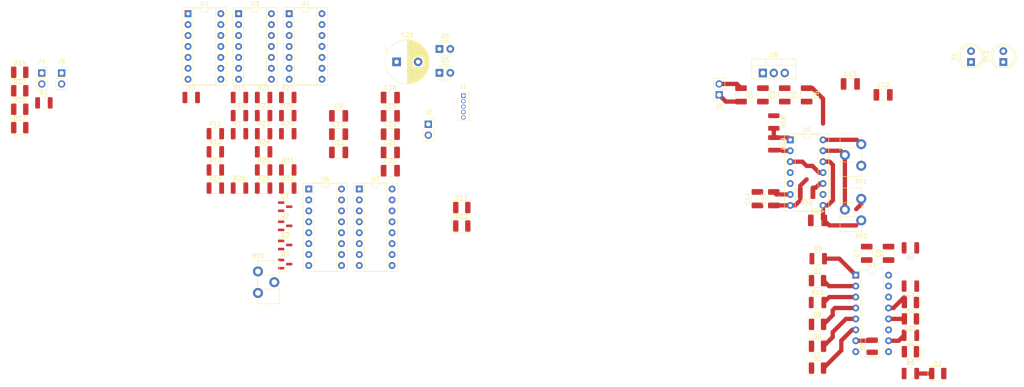
<source format=kicad_pcb>
(kicad_pcb (version 20221018) (generator pcbnew)
  (layers (0 "F.Cu" signal) (31 "B.Cu" signal) (34 "B.Paste" user) (35 "F.Paste" user) (36 "B.SilkS" user "B.Silkscreen") (37 "F.SilkS" user "F.Silkscreen") (38 "B.Mask" user) (39 "F.Mask" user) (44 "Edge.Cuts" user))
  (net 0 "")
  (net 1 "+8V")
  (net 2 "GND")
  (net 3 "+5V")
  (net 4 "Net-(U3A-MR)")
  (net 5 "/TRIG_SYS")
  (net 6 "/TRIG_MOTOR")
  (net 7 "Net-(U3B-MR)")
  (net 8 "Net-(J2-Pin_1)")
  (net 9 "Net-(D10-K)")
  (net 10 "Net-(D3-A)")
  (net 11 "Net-(D4-A)")
  (net 12 "Net-(D5-A)")
  (net 13 "Net-(D6-A)")
  (net 14 "Net-(D7-A)")
  (net 15 "Net-(D8-A)")
  (net 16 "Net-(D9-A)")
  (net 17 "Net-(D10-A)")
  (net 18 "/MOTOR_RESET")
  (net 19 "Net-(D11-A)")
  (net 20 "Net-(D12-A)")
  (net 21 "/MOTOR1")
  (net 22 "/MOTOR2")
  (net 23 "/MOTOR3")
  (net 24 "/MOTOR4")
  (net 25 "Net-(Q1-G)")
  (net 26 "Net-(Q1-D)")
  (net 27 "Net-(Q2-S)")
  (net 28 "Net-(Q3-S)")
  (net 29 "Net-(Q4-G)")
  (net 31 "Net-(R3-Pad1)")
  (net 32 "/SYSTEM_CLOCK")
  (net 33 "Net-(U1-CLK)")
  (net 34 "Net-(R7-Pad1)")
  (net 35 "Net-(U1-Q9)")
  (net 36 "Net-(R8-Pad1)")
  (net 37 "Net-(U1-Q10)")
  (net 38 "Net-(R9-Pad1)")
  (net 39 "Net-(U1-Q11)")
  (net 40 "Net-(R10-Pad1)")
  (net 41 "Net-(U1-Q4)")
  (net 42 "Net-(U3A-Q0)")
  (net 43 "Net-(U3A-Q1)")
  (net 44 "Net-(U3A-Q2)")
  (net 45 "Net-(U3A-Q3)")
  (net 46 "/DIS_SYS")
  (net 47 "Net-(U4-DSA)")
  (net 48 "/MOTOR_CLOCK")
  (net 49 "Net-(U4-CP)")
  (net 50 "Net-(U4-Q0)")
  (net 51 "/S0")
  (net 52 "/S1")
  (net 53 "Net-(U4-Q1)")
  (net 54 "/S2")
  (net 55 "Net-(U4-Q2)")
  (net 56 "Net-(U4-Q3)")
  (net 57 "/S3")
  (net 58 "Net-(U3B-CP)")
  (net 59 "/LOAD")
  (net 60 "Net-(U4-DSB)")
  (net 61 "/REVERSE_MOTION")
  (net 62 "/DIS_MOTOR")
  (net 86 "unconnected-(RV2-Pad3)")
  (net 87 "Net-(D2-K)")
  (net 88 "Net-(D14-K)")
  (net 89 "Net-(D14-A)")
  (net 90 "Net-(D15-A)")
  (net 91 "Net-(D16-A)")
  (net 92 "Net-(D17-A)")
  (net 93 "Net-(J5-Pin_2)")
  (net 94 "/COMMON_CV")
  (footprint "Package_TO_SOT_THT:TO-220-3_Vertical" (layer "F.Cu") (at 33.02 22.86)
    (fp_text reference "U8")
    (fp_text value "LM7805_TO220")
  )
  (footprint "Resistor_SMD:R_1210_3225Metric" (layer "F.Cu") (at -134.09 29.8)
    (fp_text reference "R1")
    (fp_text value "R4.7K")
  )
  (footprint "Resistor_SMD:R_1210_3225Metric" (layer "F.Cu") (at -77.41 32.76)
    (fp_text reference "R28")
    (fp_text value "R4.7K")
  )
  (footprint "Capacitor_SMD:C_1210_3225Metric_Pad1.33x2.70mm_HandSolder" (layer "F.Cu") (at -65.59 32.82)
    (fp_text reference "C9")
    (fp_text value "C0.1uf")
  )
  (footprint "Package_DIP:DIP-16_W7.62mm_Socket" (layer "F.Cu") (at -72.53 49.82)
    (fp_text reference "U6")
    (fp_text value "ULN2003")
  )
  (footprint "Capacitor_SMD:C_1210_3225Metric_Pad1.33x2.70mm_HandSolder" (layer "F.Cu") (at 62.23 64.77 90)
    (fp_text reference "C8")
    (fp_text value "C10uf")
  )
  (footprint "Capacitor_SMD:C_1210_3225Metric_Pad1.33x2.70mm_HandSolder" (layer "F.Cu") (at -53.57 28.57)
    (fp_text reference "C18")
    (fp_text value "C0.1uf")
  )
  (footprint "Package_DIP:DIP-16_W7.62mm_Socket" (layer "F.Cu") (at -60.78 49.82)
    (fp_text reference "U7")
    (fp_text value "ULN2003")
  )
  (footprint "Connector_PinSocket_2.54mm:PinSocket_1x02_P2.54mm_Vertical" (layer "F.Cu") (at 22.86 27.94 180)
    (fp_text reference "J3")
    (fp_text value "BATTERY_2PIN_CONNECTOR")
  )
  (footprint "Resistor_SMD:R_1210_3225Metric" (layer "F.Cu") (at -94.24 36.97)
    (fp_text reference "R11")
    (fp_text value "R10K")
  )
  (footprint "Package_TO_SOT_SMD:SOT-23" (layer "F.Cu") (at -78.01 67.28)
    (fp_text reference "Q4")
    (fp_text value "AO3400A")
  )
  (footprint "Resistor_SMD:R_1210_3225Metric" (layer "F.Cu") (at -77.41 36.97)
    (fp_text reference "R29")
    (fp_text value "R4.7K")
  )
  (footprint "Resistor_SMD:R_1210_3225Metric" (layer "F.Cu") (at -77.41 28.55)
    (fp_text reference "R27")
    (fp_text value "R10K")
  )
  (footprint "Resistor_SMD:R_1210_3225Metric" (layer "F.Cu") (at 67.31 63.5 180)
    (fp_text reference "R8")
    (fp_text value "R4.7K")
  )
  (footprint "Resistor_SMD:R_1210_3225Metric" (layer "F.Cu") (at 45.870819 66.015483)
    (fp_text reference "R9")
    (fp_text value "R4.7K")
  )
  (footprint "Resistor_SMD:R_1210_3225Metric" (layer "F.Cu") (at -88.63 49.6)
    (fp_text reference "R20")
    (fp_text value "R4.7K")
  )
  (footprint "Capacitor_SMD:C_1210_3225Metric_Pad1.33x2.70mm_HandSolder" (layer "F.Cu") (at 35.56 52.07 90)
    (fp_text reference "C15")
    (fp_text value "C10uf")
  )
  (footprint "Package_DIP:DIP-14_W7.62mm_Socket" (layer "F.Cu") (at 39.38 38.39)
    (fp_text reference "U5")
    (fp_text value "NE556")
  )
  (footprint "Resistor_SMD:R_1210_3225Metric" (layer "F.Cu") (at -88.63 28.55)
    (fp_text reference "R15")
    (fp_text value "R4.7K")
  )
  (footprint "Resistor_SMD:R_1210_3225Metric" (layer "F.Cu") (at -94.24 49.6)
    (fp_text reference "R14")
    (fp_text value "R4.7K")
  )
  (footprint "Resistor_SMD:R_1210_3225Metric" (layer "F.Cu") (at -83.02 45.39)
    (fp_text reference "R25")
    (fp_text value "R4.7K")
  )
  (footprint "Diode_SMD:D_1210_3225Metric" (layer "F.Cu") (at 45.72 91.44)
    (fp_text reference "D5")
    (fp_text value "D4148")
  )
  (footprint "Resistor_SMD:R_1210_3225Metric" (layer "F.Cu") (at -83.02 32.76)
    (fp_text reference "R22")
    (fp_text value "R4.7K")
  )
  (footprint "Connector_PinSocket_2.54mm:PinSocket_1x02_P2.54mm_Vertical" (layer "F.Cu") (at -44.74 34.77)
    (fp_text reference "J2")
    (fp_text value "DELAY_2PIN_CONNECTOR")
  )
  (footprint "Package_DIP:DIP-14_W7.62mm_Socket" (layer "F.Cu") (at -100.58 9.07)
    (fp_text reference "U2")
    (fp_text value "7421")
  )
  (footprint "Resistor_SMD:R_1210_3225Metric" (layer "F.Cu") (at 67.31 83.82 180)
    (fp_text reference "R4")
    (fp_text value "R4.7K")
  )
  (footprint "Diode_SMD:D_1210_3225Metric" (layer "F.Cu") (at 45.72 86.36)
    (fp_text reference "D6")
    (fp_text value "D4148")
  )
  (footprint "Potentiometer_THT:Potentiometer_ACP_CA9-H3,8_Horizontal" (layer "F.Cu") (at 55.88 57.11 180)
    (fp_text reference "RV2")
    (fp_text value "POT100K")
  )
  (footprint "Connector_PinSocket_2.54mm:PinSocket_1x02_P2.54mm_Vertical" (layer "F.Cu") (at -134.57 22.87)
    (fp_text reference "J4")
    (fp_text value "STATUS_2PIN_CONNECTOR")
  )
  (footprint "LED_SMD:LED_1210_3225Metric" (layer "F.Cu") (at -139.7 26.98)
    (fp_text reference "D15")
    (fp_text value "LED")
  )
  (footprint "Capacitor_SMD:C_1210_3225Metric_Pad1.33x2.70mm_HandSolder" (layer "F.Cu") (at 33.02 27.94 -90)
    (fp_text reference "C3")
    (fp_text value "C10uf")
  )
  (footprint "Capacitor_SMD:C_1210_3225Metric_Pad1.33x2.70mm_HandSolder" (layer "F.Cu") (at -53.57 32.82)
    (fp_text reference "C19")
    (fp_text value "C10uf")
  )
  (footprint "Capacitor_SMD:C_1210_3225Metric_Pad1.33x2.70mm_HandSolder" (layer "F.Cu") (at -65.59 37.07)
    (fp_text reference "C10")
    (fp_text value "C10uf")
  )
  (footprint "Package_DIP:DIP-14_W7.62mm_Socket" (layer "F.Cu") (at -77.08 9.07)
    (fp_text reference "U4")
    (fp_text value "74HC164")
  )
  (footprint "LED_THT:LED_D3.0mm_Clear" (layer "F.Cu") (at -42.17 17.27)
    (fp_text reference "Q5")
    (fp_text value "SFH309")
  )
  (footprint "Resistor_SMD:R_1210_3225Metric" (layer "F.Cu") (at 67.31 92.71)
    (fp_text reference "R5")
    (fp_text value "R4.7K")
  )
  (footprint "LED_THT:LED_D5.0mm_IRGrey" (layer "F.Cu") (at 81.4 20.32 90)
    (fp_text reference "D1")
    (fp_text value "SFH4546")
  )
  (footprint "Connector_PinSocket_1.27mm:PinSocket_1x05_P1.27mm_Vertical" (layer "F.Cu") (at -36.59 28.12)
    (fp_text reference "J1")
    (fp_text value "MOTOR_5PIN_CONNECTOR")
  )
  (footprint "Package_DIP:DIP-16_W7.62mm" (layer "F.Cu") (at 54.61 69.85)
    (fp_text reference "U1")
    (fp_text value "4040")
  )
  (footprint "LED_THT:LED_D3.0mm_Clear" (layer "F.Cu") (at -42.17 22.82)
    (fp_text reference "Q6")
    (fp_text value "SFH309")
  )
  (footprint "Capacitor_SMD:C_1210_3225Metric_Pad1.33x2.70mm_HandSolder" (layer "F.Cu") (at 38.1 27.94 -90)
    (fp_text reference "C5")
    (fp_text value "C0.1uf")
  )
  (footprint "Diode_SMD:D_1210_3225Metric" (layer "F.Cu") (at -36.96 54.13)
    (fp_text reference "D11")
    (fp_text value "D4148")
  )
  (footprint "Capacitor_SMD:C_1210_3225Metric_Pad1.33x2.70mm_HandSolder" (layer "F.Cu") (at 57.15 64.77 90)
    (fp_text reference "C7")
    (fp_text value "C0.1uf")
  )
  (footprint "LED_SMD:LED_1210_3225Metric" (layer "F.Cu") (at -139.7 22.69)
    (fp_text reference "D14")
    (fp_text value "LED")
  )
  (footprint "Potentiometer_THT:Potentiometer_ACP_CA9-H3,8_Horizontal" (layer "F.Cu") (at -84.33 68.98)
    (fp_text reference "RV3")
    (fp_text value "POT100K")
  )
  (footprint "LED_SMD:LED_1210_3225Metric" (layer "F.Cu") (at -139.7 31.27)
    (fp_text reference "D16")
    (fp_text value "LED")
  )
  (footprint "Resistor_SMD:R_1210_3225Metric" (layer "F.Cu") (at 35.56 34.25 -90)
    (fp_text reference "R18")
    (fp_text value "R8.2K")
  )
  (footprint "Resistor_SMD:R_1210_3225Metric" (layer "F.Cu") (at 43.18 50.8 180)
    (fp_text reference "R30")
    (fp_text value "R10K")
  )
  (footprint "Resistor_SMD:R_1210_3225Metric" (layer "F.Cu") (at -77.41 49.6)
    (fp_text reference "R32")
    (fp_text value "R4.7K")
  )
  (footprint "Resistor_SMD:R_1210_3225Metric" (layer "F.Cu") (at -77.41 45.39)
    (fp_text reference "R31")
    (fp_text value "R4.7K")
  )
  (footprint "Resistor_SMD:R_1210_3225Metric" (layer "F.Cu") (at -83.02 36.97)
    (fp_text reference "R23")
    (fp_text value "R4.7K")
  )
  (footprint "Package_DIP:DIP-14_W7.62mm_Socket" (layer "F.Cu") (at -88.83 9.07)
    (fp_text reference "U3")
    (fp_text value "74LS393")
  )
  (footprint "Resistor_SMD:R_1210_3225Metric" (layer "F.Cu") (at -83.02 49.6)
    (fp_text reference "R26")
    (fp_text value "R4.7K")
  )
  (footprint "Connector_PinSocket_2.54mm:PinSocket_1x02_P2.54mm_Vertical" (layer "F.Cu") (at -129.97 22.87)
    (fp_text reference "J5")
    (fp_text value "MANUAL_CLK_2PIN_CONNECTOR")
  )
  (footprint "Package_TO_SOT_SMD:SOT-23" (layer "F.Cu") (at -78.01 53.93)
    (fp_text reference "Q1")
    (fp_text value "AO3400A")
  )
  (footprint "Diode_SMD:D_1210_3225Metric" (layer "F.Cu") (at 67.31 76.2 180)
    (fp_text reference "D9")
    (fp_text value "D4148")
  )
  (footprint "Diode_SMD:D_1210_3225Metric" (layer "F.Cu") (at 58.42 86.36 90)
    (fp_text reference "D4")
    (fp_text value "D4148")
  )
  (footprint "Diode_SMD:D_1210_3225Metric" (layer "F.Cu") (at 45.72 71.12)
    (fp_text reference "D7")
    (fp_text value "D4148")
  )
  (footprint "Package_TO_SOT_SMD:SOT-23" (layer "F.Cu") (at -78.01 58.38)
    (fp_text reference "Q2")
    (fp_text value "AO3400A")
  )
  (footprint "Resistor_SMD:R_1210_3225Metric" (layer "F.Cu") (at 45.72 76.2)
    (fp_text reference "R10")
    (fp_text value "R4.7K")
  )
  (footprint "Diode_SMD:D_1210_3225Metric" (layer "F.Cu") (at -36.96 58.42)
    (fp_text reference "D12")
    (fp_text value "D4148")
  )
  (footprint "LED_THT:LED_D5.0mm_IRGrey" (layer "F.Cu") (at 88.9 20.32 90)
    (fp_text reference "D13")
    (fp_text value "SFH4546")
  )
  (footprint "Capacitor_SMD:C_1210_3225Metric_Pad1.33x2.70mm_HandSolder" (layer "F.Cu") (at 43.18 27.94 -90)
    (fp_text reference "C6")
    (fp_text value "C10uf")
  )
  (footprint "Diode_SMD:D_1210_3225Metric" (layer "F.Cu") (at 45.72 81.28)
    (fp_text reference "D8")
    (fp_text value "D4148")
  )
  (footprint "Resistor_SMD:R_1210_3225Metric" (layer "F.Cu") (at -94.24 45.39)
    (fp_text reference "R13")
    (fp_text value "R10K")
  )
  (footprint "Resistor_SMD:R_1210_3225Metric" (layer "F.Cu") (at -83.02 41.18)
    (fp_text reference "R24")
    (fp_text value "R4.7K")
  )
  (footprint "Resistor_SMD:R_1210_3225Metric" (layer "F.Cu") (at -94.24 41.18)
    (fp_text reference "R12")
    (fp_text value "R4.7K")
  )
  (footprint "Resistor_SMD:R_1210_3225Metric" (layer "F.Cu") (at -83.02 28.55)
    (fp_text reference "R21")
    (fp_text value "R4.7K")
  )
  (footprint "Capacitor_SMD:C_1210_3225Metric_Pad1.33x2.70mm_HandSolder" (layer "F.Cu") (at 27.94 27.94 -90)
    (fp_text reference "C4")
    (fp_text value "C0.1uf")
  )
  (footprint "Capacitor_SMD:C_1210_3225Metric_Pad1.33x2.70mm_HandSolder" (layer "F.Cu") (at 45.72 57.11)
    (fp_text reference "C16")
    (fp_text value "C10uf")
  )
  (footprint "Capacitor_SMD:C_1210_3225Metric_Pad1.33x2.70mm_HandSolder" (layer "F.Cu") (at 31.75 52.07 90)
    (fp_text reference "C14")
    (fp_text value "C0.1uf")
  )
  (footprint "Capacitor_SMD:C_1210_3225Metric_Pad1.33x2.70mm_HandSolder" (layer "F.Cu") (at 60.96 27.94)
    (fp_text reference "C12")
    (fp_text value "C0.1uf")
  )
  (footprint "Capacitor_SMD:C_1210_3225Metric_Pad1.33x2.70mm_HandSolder" (layer "F.Cu") (at 53.34 25.4)
    (fp_text reference "C13")
    (fp_text value "C10uf")
  )
  (footprint "Capacitor_SMD:C_1210_3225Metric_Pad1.33x2.70mm_HandSolder" (layer "F.Cu") (at -53.57 41.32)
    (fp_text reference "C21")
    (fp_text value "C0.1uf")
  )
  (footprint "Capacitor_THT:CP_Radial_D10.0mm_P5.00mm" (layer "F.Cu") (at -52.115354 20.27)
    (fp_text reference "C22")
    (fp_text value "C100uf")
  )
  (footprint "Resistor_SMD:R_1210_3225Metric" (layer "F.Cu") (at 35.56 39.33 -90)
    (fp_text reference "R19")
    (fp_text value "R68K")
  )
  (footprint "Diode_SMD:D_1210_3225Metric" (layer "F.Cu") (at 67.31 87.63 180)
    (fp_text reference "D3")
    (fp_text value "D4148")
  )
  (footprint "Capacitor_SMD:C_1210_3225Metric_Pad1.33x2.70mm_HandSolder" (layer "F.Cu") (at -65.59 41.32)
    (fp_text reference "C11")
    (fp_text value "C0.1uf")
  )
  (footprint "Diode_SMD:D_1210_3225Metric" (layer "F.Cu") (at 67.31 80.01 180)
    (fp_text reference "D10")
    (fp_text value "D4148")
  )
  (footprint "Package_TO_SOT_SMD:SOT-23" (layer "F.Cu") (at -78.01 62.83)
    (fp_text reference "Q3")
    (fp_text value "AO3400A")
  )
  (footprint "Potentiometer_THT:Potentiometer_ACP_CA9-H3,8_Horizontal" (layer "F.Cu") (at 55.88 44.41 180)
    (fp_text reference "RV1")
    (fp_text value "POT100K")
  )
  (footprint "Resistor_SMD:R_1210_3225Metric" (layer "F.Cu") (at 67.31 72.39 180)
    (fp_text reference "R7")
    (fp_text value "R4.7K")
  )
  (footprint "Resistor_SMD:R_1210_3225Metric" (layer "F.Cu") (at -88.63 32.76)
    (fp_text reference "R16")
    (fp_text value "R4.7K")
  )
  (footprint "Capacitor_SMD:C_1210_3225Metric_Pad1.33x2.70mm_HandSolder" (layer "F.Cu") (at -53.57 37.07)
    (fp_text reference "C20")
    (fp_text value "C0.1uf")
  )
  (footprint "Resistor_SMD:R_1210_3225Metric" (layer "F.Cu") (at -88.63 36.97)
    (fp_text reference "R17")
    (fp_text value "R4.7K")
  )
  (footprint "LED_SMD:LED_1210_3225Metric" (layer "F.Cu") (at -139.7 35.56)
    (fp_text reference "D17")
    (fp_text value "LED")
  )
  (footprint "Capacitor_SMD:C_1210_3225Metric_Pad1.33x2.70mm_HandSolder" (layer "F.Cu") (at -53.57 45.57)
    (fp_text reference "C23")
    (fp_text value "C10uf")
  )
  (footprint "Resistor_SMD:R_1210_3225Metric" (layer "F.Cu") (at -99.85 28.55)
    (fp_text reference "R3")
    (fp_text value "R4.7K")
  )
  (footprint "LED_SMD:LED_1210_3225Metric" (layer "F.Cu") (at 73.66 92.71)
    (fp_text reference "D2")
    (fp_text value "LED")
  )
  (segment (start 22.86 25.4) (end 26.9625 25.4) (width 1) (layer "F.Cu") (net 1))
  (segment (start 26.9625 25.4) (end 27.94 26.3775) (width 1) (layer "F.Cu") (net 1))
  (segment (start 41.7175 52.42387) (end 40.51137 53.63) (width 1) (layer "F.Cu") (net 2))
  (segment (start 43.18 47.5775) (end 41.7175 49.04) (width 1) (layer "F.Cu") (net 2))
  (segment (start 22.86 27.94) (end 24.4225 29.5025) (width 1) (layer "F.Cu") (net 2))
  (segment (start 35.56 53.6325) (end 38.24613 53.6325) (width 1) (layer "F.Cu") (net 2))
  (segment (start 40.51137 53.63) (end 39.38 53.63) (width 1) (layer "F.Cu") (net 2))
  (segment (start 24.4225 29.5025) (end 27.94 29.5025) (width 1) (layer "F.Cu") (net 2))
  (segment (start 38.24863 53.63) (end 39.38 53.63) (width 1) (layer "F.Cu") (net 2))
  (segment (start 38.24613 53.6325) (end 38.24863 53.63) (width 1) (layer "F.Cu") (net 2))
  (segment (start 41.7175 49.04) (end 41.7175 50.8) (width 1) (layer "F.Cu") (net 2))
  (segment (start 43.18 26.3775) (end 44.53 26.3775) (width 1) (layer "F.Cu") (net 3))
  (segment (start 47 38.39) (end 54.86 38.39) (width 1) (layer "F.Cu") (net 3))
  (segment (start 47 28.8475) (end 47 34.62) (width 1) (layer "F.Cu") (net 3))
  (segment (start 44.53 26.3775) (end 47 28.8475) (width 1) (layer "F.Cu") (net 3))
  (segment (start 37.636802 40.93) (end 37.499302 40.7925) (width 1) (layer "F.Cu") (net 5))
  (segment (start 35.56 50.5075) (end 36.1425 51.09) (width 1) (layer "F.Cu") (net 5))
  (segment (start 37.636802 40.93) (end 37.391802 40.685) (width 1) (layer "F.Cu") (net 5))
  (segment (start 39.38 40.93) (end 37.636802 40.93) (width 1) (layer "F.Cu") (net 5))
  (segment (start 37.499302 40.7925) (end 35.56 40.7925) (width 1) (layer "F.Cu") (net 5))
  (segment (start 36.1425 51.09) (end 39.38 51.09) (width 1) (layer "F.Cu") (net 5))
  (segment (start 39.38 51.09) (end 39.655 51.09) (width 1) (layer "F.Cu") (net 5))
  (segment (start 49.3 52.46137) (end 48.13137 53.63) (width 1) (layer "F.Cu") (net 6))
  (segment (start 47 53.63) (end 47 56.8275) (width 1) (layer "F.Cu") (net 6))
  (segment (start 54.710001 58.279999) (end 48.452499 58.279999) (width 1) (layer "F.Cu") (net 6))
  (segment (start 49.3 44.22) (end 49.3 52.46137) (width 1) (layer "F.Cu") (net 6))
  (segment (start 48.452499 58.279999) (end 47.2825 57.11) (width 1) (layer "F.Cu") (net 6))
  (segment (start 48.55 43.47) (end 49.3 44.22) (width 1) (layer "F.Cu") (net 6))
  (segment (start 47 43.47) (end 48.55 43.47) (width 1) (layer "F.Cu") (net 6))
  (segment (start 47 56.8275) (end 47.2825 57.11) (width 1) (layer "F.Cu") (net 6))
  (segment (start 48.13137 53.63) (end 47 53.63) (width 1) (layer "F.Cu") (net 6))
  (segment (start 58.29 85.09) (end 58.42 84.96) (width 1) (layer "F.Cu") (net 11))
  (segment (start 54.61 85.09) (end 58.29 85.09) (width 1) (layer "F.Cu") (net 11))
  (segment (start 51.245 87.315) (end 51.245 85.063428) (width 1) (layer "F.Cu") (net 12))
  (segment (start 53.758428 82.55) (end 54.61 82.55) (width 1) (layer "F.Cu") (net 12))
  (segment (start 51.245 85.063428) (end 53.758428 82.55) (width 1) (layer "F.Cu") (net 12))
  (segment (start 47.12 91.44) (end 51.245 87.315) (width 1) (layer "F.Cu") (net 12))
  (segment (start 47.12 86.36) (end 49.245 84.235) (width 1) (layer "F.Cu") (net 13))
  (segment (start 49.245 84.235) (end 49.245 83.086802) (width 1) (layer "F.Cu") (net 13))
  (segment (start 49.245 83.086802) (end 52.321802 80.01) (width 1) (layer "F.Cu") (net 13))
  (segment (start 52.321802 80.01) (end 54.61 80.01) (width 1) (layer "F.Cu") (net 13))
  (segment (start 47.12 71.12) (end 48.39 72.39) (width 1) (layer "F.Cu") (net 14))
  (segment (start 48.39 72.39) (end 54.61 72.39) (width 1) (layer "F.Cu") (net 14))
  (segment (start 49.245 79.155) (end 49.245 78.006802) (width 1) (layer "F.Cu") (net 15))
  (segment (start 49.245 78.006802) (end 49.781802 77.47) (width 1) (layer "F.Cu") (net 15))
  (segment (start 49.781802 77.47) (end 54.61 77.47) (width 1) (layer "F.Cu") (net 15))
  (segment (start 47.12 81.28) (end 49.245 79.155) (width 1) (layer "F.Cu") (net 15))
  (segment (start 63.37 77.47) (end 65.91 74.93) (width 1) (layer "F.Cu") (net 16))
  (segment (start 62.23 77.47) (end 63.37 77.47) (width 1) (layer "F.Cu") (net 16))
  (segment (start 62.23 80.01) (end 65.91 80.01) (width 1) (layer "F.Cu") (net 17))
  (segment (start 45.347308 49.49) (end 46.287308 48.55) (width 1) (layer "F.Cu") (net 18))
  (segment (start 44.6425 49.49) (end 45.347308 49.49) (width 1) (layer "F.Cu") (net 18))
  (segment (start 46.287308 48.55) (end 47 48.55) (width 1) (layer "F.Cu") (net 18))
  (segment (start 62.23 85.09) (end 64.5775 85.09) (width 1) (layer "F.Cu") (net 33))
  (segment (start 64.5775 85.09) (end 65.8475 83.82) (width 1) (layer "F.Cu") (net 33))
  (segment (start 50.775483 66.015483) (end 54.61 69.85) (width 1) (layer "F.Cu") (net 39))
  (segment (start 47.333319 66.015483) (end 50.775483 66.015483) (width 1) (layer "F.Cu") (net 39))
  (segment (start 48.4525 74.93) (end 54.61 74.93) (width 1) (layer "F.Cu") (net 41))
  (segment (start 47.1825 76.2) (end 48.4525 74.93) (width 1) (layer "F.Cu") (net 41))
  (segment (start 35.56 35.7125) (end 35.56 37.8675) (width 1) (layer "F.Cu") (net 46))
  (segment (start 35.56 37.8675) (end 38.8575 37.8675) (width 1) (layer "F.Cu") (net 46))
  (segment (start 38.8575 37.8675) (end 39.38 38.39) (width 1) (layer "F.Cu") (net 46))
  (segment (start 52.08 41.91) (end 52.08 54.61) (width 1) (layer "F.Cu") (net 62))
  (segment (start 47 40.93) (end 51.1 40.93) (width 1) (layer "F.Cu") (net 62))
  (segment (start 55.88 53.34) (end 54.710001 54.509999) (width 1) (layer "F.Cu") (net 86))
  (segment (start 72.26 92.71) (end 68.7725 92.71) (width 1) (layer "F.Cu") (net 87))
  (segment (start 42.1975 43.47) (end 43.18 44.4525) (width 1) (layer "F.Cu") (net 94))
  (segment (start 43.18 44.4525) (end 44.53 44.4525) (width 1) (layer "F.Cu") (net 94))
  (segment (start 39.38 43.47) (end 42.1975 43.47) (width 1) (layer "F.Cu") (net 94))
  (segment (start 44.53 44.4525) (end 46.0875 46.01) (width 1) (layer "F.Cu") (net 94))
  (segment (start 46.0875 46.01) (end 47 46.01) (width 1) (layer "F.Cu") (net 94))
)
</source>
